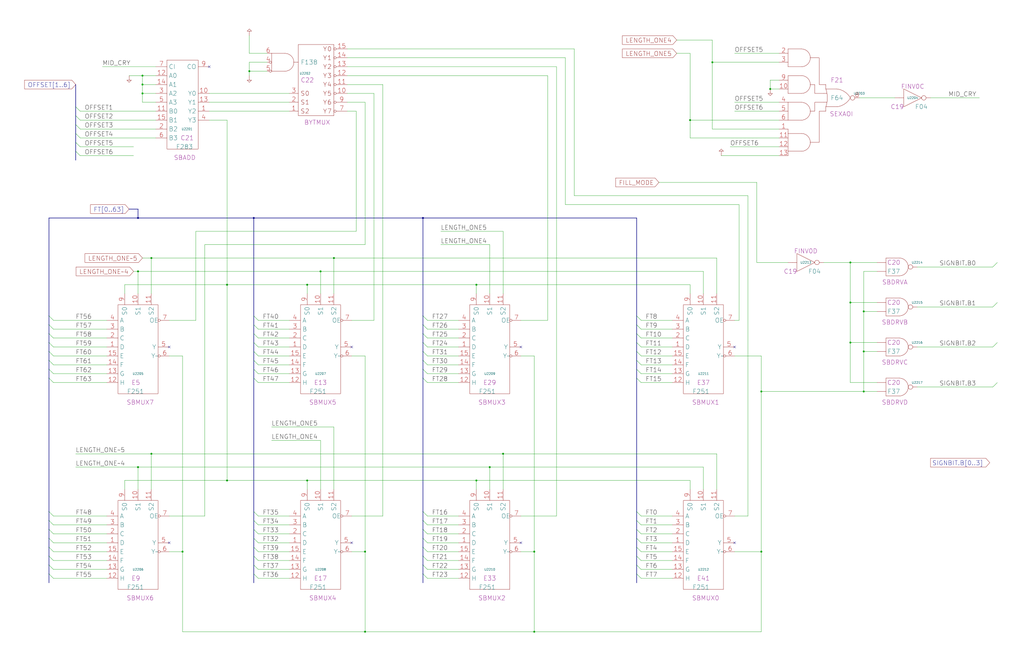
<source format=kicad_sch>
(kicad_sch (version 20220126) (generator eeschema)
  (paper "User" 584.2 378.46)
  (title_block (title "SIGN BIT EXTRACTOR") (date "20-MAR-90") (rev "1.0") (comment 1 "FIU") (comment 2 "232-003065") (comment 3 "S400") (comment 4 "RELEASED"))
  (lib_symbols
    (symbol "r1000:F04" (pin_numbers hide) (pin_names hide)
      (property "Reference" "U" (at 0 0 0))
      (property "Value" "F04" (at 1.27 -5.08 0))
      (property "Location" "___" (at -12.7 -5.08 0))
      (property "Name" "______" (at 0 5.08 0))
      (symbol "F04_0_1"
        (polyline (pts (xy -7.62 0) (xy -5.08 0)) (stroke (width 0.1524)))
        (polyline (pts (xy -5.08 5.08) (xy -5.08 -5.08)) (stroke (width 0.1524)))
        (polyline (pts (xy 5.08 0) (xy -5.08 -5.08)) (stroke (width 0.1524)))
        (polyline (pts (xy 5.08 0) (xy -5.08 5.08)) (stroke (width 0.1524)))
        (circle (center 6.35 0) (radius 1.27) (stroke (width 0.1524)))
      )
      (symbol "F04_1_1"
        (pin input line (at -10.16 0 0) (length 2.54) (name "D0") (number "1"))
        (pin output line (at 10.16 0 180) (length 2.54) (name "Q") (number "2"))
      )
    )
    (symbol "r1000:F138" (pin_names (offset 1.016) hide)
      (property "Reference" "U" (at 1.27 3.81 0))
      (property "Value" "F138" (at -1.27 10.16 0))
      (property "Location" "___" (at -1.27 0 0))
      (property "Name" "______" (at 8.255 -24.13 0))
      (symbol "F138_0_0"
        (arc (start -10.16 5.08) (mid -6.5679 6.5679) (end -5.08 10.16) (stroke (width 0.1524)))
        (arc (start -5.08 10.16) (mid -6.5679 13.7521) (end -10.16 15.24) (stroke (width 0.1524)))
        (polyline (pts (xy -17.78 5.08) (xy -10.16 5.08)) (stroke (width 0.1524)))
        (polyline (pts (xy -17.78 15.24) (xy -10.16 15.24)) (stroke (width 0.1524)))
      )
      (symbol "F138_0_1"
        (circle (center -18.415 5.08) (radius 0.635) (stroke (width 0.1524)))
        (circle (center -18.415 10.16) (radius 0.635) (stroke (width 0.1524)))
        (rectangle (start -2.54 20.32) (end 17.78 -20.32) (stroke (width 0.1524)))
        (polyline (pts (xy -19.05 15.24) (xy -17.78 15.24)) (stroke (width 0.1524)))
        (polyline (pts (xy -17.78 15.24) (xy -17.78 5.08)) (stroke (width 0.1524)))
        (polyline (pts (xy -2.54 10.16) (xy -5.08 10.16)) (stroke (width 0.1524)))
      )
      (symbol "F138_1_1"
        (circle (center 18.415 -17.78) (radius 0.635))
        (circle (center 18.415 -12.7) (radius 0.635))
        (circle (center 18.415 -7.62) (radius 0.635))
        (circle (center 18.415 -2.54) (radius 0.635))
        (circle (center 18.415 2.54) (radius 0.635))
        (circle (center 18.415 7.62) (radius 0.635))
        (circle (center 18.415 12.7) (radius 0.635))
        (circle (center 18.415 17.78) (radius 0.635))
        (text "0" (at 2.54 -7.62 0) (effects (font (size 2.54 2.54))))
        (text "0" (at 15.24 17.78 0) (effects (font (size 2.54 2.54))))
        (text "1" (at 2.54 -12.7 0) (effects (font (size 2.54 2.54))))
        (text "1" (at 15.24 12.7 0) (effects (font (size 2.54 2.54))))
        (text "2" (at 2.54 -17.78 0) (effects (font (size 2.54 2.54))))
        (text "2" (at 15.24 7.62 0) (effects (font (size 2.54 2.54))))
        (text "3" (at 15.24 2.54 0) (effects (font (size 2.54 2.54))))
        (text "4" (at 15.24 -2.54 0) (effects (font (size 2.54 2.54))))
        (text "5" (at 15.24 -7.62 0) (effects (font (size 2.54 2.54))))
        (text "6" (at 15.24 -12.7 0) (effects (font (size 2.54 2.54))))
        (text "7" (at 15.24 -17.78 0) (effects (font (size 2.54 2.54))))
        (text "S" (at 0 -17.78 0) (effects (font (size 2.54 2.54))))
        (text "S" (at 0 -12.7 0) (effects (font (size 2.54 2.54))))
        (text "S" (at 0 -7.62 0) (effects (font (size 2.54 2.54))))
        (text "Y" (at 12.7 -17.78 0) (effects (font (size 2.54 2.54))))
        (text "Y" (at 12.7 -12.7 0) (effects (font (size 2.54 2.54))))
        (text "Y" (at 12.7 -7.62 0) (effects (font (size 2.54 2.54))))
        (text "Y" (at 12.7 -2.54 0) (effects (font (size 2.54 2.54))))
        (text "Y" (at 12.7 2.54 0) (effects (font (size 2.54 2.54))))
        (text "Y" (at 12.7 7.62 0) (effects (font (size 2.54 2.54))))
        (text "Y" (at 12.7 12.7 0) (effects (font (size 2.54 2.54))))
        (text "Y" (at 12.7 17.78 0) (effects (font (size 2.54 2.54))))
        (pin input line (at -7.62 -17.78 0) (length 5.08) (name "S2") (number "1"))
        (pin output line (at 25.4 -7.62 180) (length 6.35) (name "Y5_") (number "10"))
        (pin output line (at 25.4 -2.54 180) (length 6.35) (name "Y4_") (number "11"))
        (pin output line (at 25.4 2.54 180) (length 6.35) (name "Y3_") (number "12"))
        (pin output line (at 25.4 7.62 180) (length 6.35) (name "Y2_") (number "13"))
        (pin output line (at 25.4 12.7 180) (length 6.35) (name "Y1_") (number "14"))
        (pin output line (at 25.4 17.78 180) (length 6.35) (name "Y0_") (number "15"))
        (pin input line (at -7.62 -12.7 0) (length 5.08) (name "S1") (number "2"))
        (pin input line (at -7.62 -7.62 0) (length 5.08) (name "S0") (number "3"))
        (pin input line (at -20.32 10.16 0) (length 1.27) (name "D1") (number "4"))
        (pin input line (at -20.32 5.08 0) (length 1.27) (name "D2") (number "5"))
        (pin input line (at -20.32 15.24 0) (length 1.27) (name "D0") (number "6"))
        (pin output line (at 25.4 -17.78 180) (length 6.35) (name "Y7_") (number "7"))
        (pin output line (at 25.4 -12.7 180) (length 6.35) (name "Y6_") (number "9"))
      )
    )
    (symbol "r1000:F251" (pin_names (offset 1.016))
      (property "Reference" "U" (at 2.54 5.08 0))
      (property "Value" "F251" (at -3.81 -5.08 0))
      (property "Location" "___" (at -1.27 0 0))
      (property "Name" "______" (at 3.81 -12.7 0))
      (symbol "F251_1_1"
        (rectangle (start -8.89 44.45) (end 13.97 -6.35))
        (circle (center 14.605 15.24) (radius 0.635))
        (circle (center 14.605 35.56) (radius 0.635))
        (pin input line (at -15.24 20.32 0) (length 6.35) (name "D") (number "1"))
        (pin input line (at 2.54 50.8 270) (length 6.35) (name "S1") (number "10"))
        (pin input line (at 10.16 50.8 270) (length 6.35) (name "S2") (number "11"))
        (pin input line (at -15.24 0 0) (length 6.35) (name "H") (number "12"))
        (pin input line (at -15.24 5.08 0) (length 6.35) (name "G") (number "13"))
        (pin input line (at -15.24 10.16 0) (length 6.35) (name "F") (number "14"))
        (pin input line (at -15.24 15.24 0) (length 6.35) (name "E") (number "15"))
        (pin input line (at -15.24 25.4 0) (length 6.35) (name "C") (number "2"))
        (pin input line (at -15.24 30.48 0) (length 6.35) (name "B") (number "3"))
        (pin input line (at -15.24 35.56 0) (length 6.35) (name "A") (number "4"))
        (pin tri_state line (at 20.32 20.32 180) (length 6.35) (name "Y") (number "5"))
        (pin tri_state line (at 20.32 15.24 180) (length 5.08) (name "Y~") (number "6"))
        (pin input line (at 20.32 35.56 180) (length 5.08) (name "OE") (number "7"))
        (pin input line (at -5.08 50.8 270) (length 6.35) (name "S0") (number "9"))
      )
    )
    (symbol "r1000:F283" (pin_names (offset 1.016))
      (property "Reference" "U" (at 2.54 5.08 0))
      (property "Value" "F283" (at -3.81 -5.08 0))
      (property "Location" "___" (at -1.27 0 0))
      (property "Name" "______" (at 1.27 -12.7 0))
      (symbol "F283_1_1"
        (rectangle (start -8.89 44.45) (end 8.89 -6.35))
        (pin output line (at 15.24 15.24 180) (length 6.35) (name "Y2") (number "1"))
        (pin output line (at 15.24 25.4 180) (length 6.35) (name "Y0") (number "10"))
        (pin input line (at -15.24 15.24 0) (length 6.35) (name "B0") (number "11"))
        (pin input line (at -15.24 35.56 0) (length 6.35) (name "A0") (number "12"))
        (pin output line (at 15.24 20.32 180) (length 6.35) (name "Y1") (number "13"))
        (pin input line (at -15.24 30.48 0) (length 6.35) (name "A1") (number "14"))
        (pin input line (at -15.24 10.16 0) (length 6.35) (name "B1") (number "15"))
        (pin input line (at -15.24 5.08 0) (length 6.35) (name "B2") (number "2"))
        (pin input line (at -15.24 25.4 0) (length 6.35) (name "A2") (number "3"))
        (pin output line (at 15.24 10.16 180) (length 6.35) (name "Y3") (number "4"))
        (pin input line (at -15.24 20.32 0) (length 6.35) (name "A3") (number "5"))
        (pin input line (at -15.24 0 0) (length 6.35) (name "B3") (number "6"))
        (pin input line (at -15.24 40.64 0) (length 6.35) (name "CI") (number "7"))
        (pin output line (at 15.24 40.64 180) (length 6.35) (name "CO") (number "9"))
      )
    )
    (symbol "r1000:F37" (pin_numbers hide) (pin_names (offset 0) hide)
      (property "Reference" "U" (at 15.24 0 0))
      (property "Value" "F37" (at 1.905 -5.08 0))
      (property "Location" "___" (at 1.905 0 0))
      (property "Name" "______" (at 2.54 -12.7 0))
      (symbol "F37_0_1"
        (polyline (pts (xy -2.54 -7.62) (xy 5.08 -7.62)) (stroke (width 0.1524)))
        (polyline (pts (xy -2.54 2.54) (xy -2.54 -7.62)) (stroke (width 0.1524)))
        (polyline (pts (xy -2.54 2.54) (xy 5.08 2.54)) (stroke (width 0.1524)))
        (arc (start 5.08 -7.62) (mid 10.1282 -2.54) (end 5.08 2.54) (stroke (width 0.1524)))
        (circle (center 11.43 -2.54) (radius 1.27) (stroke (width 0.1524)))
      )
      (symbol "F37_0_2"
        (circle (center -3.81 -5.08) (radius 1.27) (stroke (width 0.1524)))
        (circle (center -3.81 0) (radius 1.27) (stroke (width 0.1524)))
        (arc (start -3.175 -7.62) (mid -2.134 -2.54) (end -3.175 2.54) (stroke (width 0.1524)))
        (polyline (pts (xy -3.175 -7.62) (xy 3.81 -7.62)) (stroke (width 0.1524)))
        (polyline (pts (xy -3.175 2.54) (xy 3.81 2.54)) (stroke (width 0.1524)))
        (arc (start 3.81 -7.62) (mid 7.5855 -5.8306) (end 10.16 -2.54) (stroke (width 0.1524)))
        (arc (start 10.16 -2.54) (mid 7.5827 0.7471) (end 3.81 2.54) (stroke (width 0.1524)))
      )
      (symbol "F37_1_1"
        (pin input line (at -7.62 0 0) (length 5.08) (name "D0") (number "1"))
        (pin input line (at -7.62 -5.08 0) (length 5.08) (name "D1") (number "2"))
        (pin output line (at 15.24 -2.54 180) (length 2.54) (name "Q") (number "3"))
      )
      (symbol "F37_1_2"
        (pin input line (at -7.62 0 0) (length 2.54) (name "D0") (number "1"))
        (pin input line (at -7.62 -5.08 0) (length 2.54) (name "D1") (number "2"))
        (pin output line (at 15.24 -2.54 180) (length 5.08) (name "Q") (number "3"))
      )
    )
    (symbol "r1000:F64" (pin_names hide)
      (property "Reference" "U" (at 15.24 2.54 0))
      (property "Value" "F64" (at 2.54 0 0))
      (property "Location" "___" (at 2.54 10.16 0))
      (property "Name" "______" (at 5.08 -10.62 0))
      (symbol "F64_0_0"
        (arc (start -17.78 -30.48) (mid -14.1879 -28.9921) (end -12.7 -25.4) (stroke (width 0.1524)))
        (arc (start -17.78 -12.7) (mid -14.1879 -11.2121) (end -12.7 -7.62) (stroke (width 0.1524)))
        (arc (start -17.78 2.54) (mid -14.1879 4.0279) (end -12.7 7.62) (stroke (width 0.1524)))
        (arc (start -17.78 17.78) (mid -14.1879 19.2679) (end -12.7 22.86) (stroke (width 0.1524)))
        (arc (start -12.7 -25.4) (mid -14.1879 -21.8079) (end -17.78 -20.32) (stroke (width 0.1524)))
        (arc (start -12.7 -7.62) (mid -14.1879 -4.0279) (end -17.78 -2.54) (stroke (width 0.1524)))
        (arc (start -12.7 7.62) (mid -14.1879 11.2121) (end -17.78 12.7) (stroke (width 0.1524)))
        (arc (start -12.7 22.86) (mid -14.1879 26.4521) (end -17.78 27.94) (stroke (width 0.1524)))
        (arc (start -3.8173 -5.08) (mid -2.9926 0) (end -3.8173 5.08) (stroke (width 0.1524)))
        (polyline (pts (xy -25.4 -30.48) (xy -17.78 -30.48)) (stroke (width 0.1524)))
        (polyline (pts (xy -25.4 -20.32) (xy -17.78 -20.32)) (stroke (width 0.1524)))
        (polyline (pts (xy -25.4 -12.7) (xy -17.78 -12.7)) (stroke (width 0.1524)))
        (polyline (pts (xy -25.4 -2.54) (xy -17.78 -2.54)) (stroke (width 0.1524)))
        (polyline (pts (xy -25.4 2.54) (xy -17.78 2.54)) (stroke (width 0.1524)))
        (polyline (pts (xy -25.4 12.7) (xy -17.78 12.7)) (stroke (width 0.1524)))
        (polyline (pts (xy -25.4 17.78) (xy -17.78 17.78)) (stroke (width 0.1524)))
        (polyline (pts (xy -25.4 27.94) (xy -17.78 27.94)) (stroke (width 0.1524)))
        (polyline (pts (xy -3.81 -5.08) (xy 2.54 -5.08)) (stroke (width 0.1524)))
        (polyline (pts (xy -3.81 5.08) (xy 2.54 5.08)) (stroke (width 0.1524)))
        (arc (start 2.54 -5.08) (mid 6.9504 -3.4405) (end 10.16 0) (stroke (width 0.1524)))
        (arc (start 10.16 0) (mid 6.9516 3.4424) (end 2.54 5.08) (stroke (width 0.1524)))
        (circle (center 11.43 0) (radius 1.27) (stroke (width 0.1524)))
      )
      (symbol "F64_0_1"
        (polyline (pts (xy -25.4 -33.02) (xy -25.4 -30.48)) (stroke (width 0.1524)))
        (polyline (pts (xy -25.4 -20.32) (xy -25.4 -30.48)) (stroke (width 0.1524)))
        (polyline (pts (xy -25.4 -17.78) (xy -25.4 -20.32)) (stroke (width 0.1524)))
        (polyline (pts (xy -25.4 -2.54) (xy -25.4 -12.7)) (stroke (width 0.1524)))
        (polyline (pts (xy -25.4 12.7) (xy -25.4 2.54)) (stroke (width 0.1524)))
        (polyline (pts (xy -25.4 27.94) (xy -25.4 17.78)) (stroke (width 0.1524)))
        (polyline (pts (xy -12.7 -7.62) (xy -12.7 -7.62)) (stroke (width 0.1524)))
        (polyline (pts (xy -5.08 -2.54) (xy -3.175 -2.54)) (stroke (width 0.1524)))
        (polyline (pts (xy -5.08 2.54) (xy -3.175 2.54)) (stroke (width 0.1524)))
        (polyline (pts (xy -12.7 -7.62) (xy -10.16 -7.62) (xy -10.16 -2.54) (xy -5.08 -2.54)) (stroke (width 0.1524)))
        (polyline (pts (xy -12.7 7.62) (xy -10.16 7.62) (xy -10.16 2.54) (xy -5.08 2.54)) (stroke (width 0.1524)))
        (polyline (pts (xy -3.81 -5.08) (xy -3.81 -7.62) (xy -7.62 -7.62) (xy -7.62 -25.4) (xy -12.7 -25.4)) (stroke (width 0.1524)))
        (polyline (pts (xy -3.81 5.08) (xy -3.81 7.62) (xy -7.62 7.62) (xy -7.62 22.86) (xy -12.7 22.86)) (stroke (width 0.1524)))
      )
      (symbol "F64_1_1"
        (pin input line (at -30.48 -17.78 0) (length 5.08) (name "D0") (number "1"))
        (pin input line (at -30.48 5.08 0) (length 5.08) (name "B1") (number "10"))
        (pin input line (at -30.48 -22.86 0) (length 5.08) (name "D1") (number "11"))
        (pin input line (at -30.48 -27.94 0) (length 5.08) (name "D2") (number "12"))
        (pin input line (at -30.48 -33.02 0) (length 5.08) (name "D3") (number "13"))
        (pin input line (at -30.48 25.4 0) (length 5.08) (name "A0") (number "2"))
        (pin input line (at -30.48 20.32 0) (length 5.08) (name "A1") (number "3"))
        (pin input line (at -30.48 -2.54 0) (length 5.08) (name "C0") (number "4"))
        (pin input line (at -30.48 -7.62 0) (length 5.08) (name "C1") (number "5"))
        (pin input line (at -30.48 -12.7 0) (length 5.08) (name "C2") (number "6"))
        (pin output line (at 15.24 0 180) (length 2.54) (name "Q") (number "8"))
        (pin input line (at -30.48 10.16 0) (length 5.08) (name "B0") (number "9"))
      )
    )
    (symbol "r1000:PD" (power) (pin_numbers hide) (pin_names hide) (in_bom no)
      (symbol "PD_0_1"
        (polyline (pts (xy 0 -2.54) (xy 1.27 -2.54) (xy 0 -3.81) (xy -1.27 -2.54) (xy 0 -2.54)) (stroke (width 0.1524)))
      )
      (symbol "PD_1_1"
        (pin power_in line (at 0 0 270) (length 2.54) (name "PD") (number "1"))
      )
    )
    (symbol "r1000:PU" (power) (pin_numbers hide) (pin_names hide)
      (symbol "PU_0_1"
        (polyline (pts (xy 0 2.54) (xy -1.27 2.54) (xy 0 3.81) (xy 1.27 2.54) (xy 0 2.54)) (stroke (width 0.1524)))
      )
      (symbol "PU_1_1"
        (pin power_in line (at 0 0 90) (length 2.54) (name "PU") (number "1"))
      )
    )
  )
  (bus (pts (xy 144.78 124.46) (xy 144.78 180.34)))
  (bus (pts (xy 144.78 124.46) (xy 78.74 124.46)))
  (bus (pts (xy 144.78 180.34) (xy 144.78 185.42)))
  (bus (pts (xy 144.78 185.42) (xy 144.78 190.5)))
  (bus (pts (xy 144.78 190.5) (xy 144.78 195.58)))
  (bus (pts (xy 144.78 195.58) (xy 144.78 200.66)))
  (bus (pts (xy 144.78 200.66) (xy 144.78 205.74)))
  (bus (pts (xy 144.78 205.74) (xy 144.78 210.82)))
  (bus (pts (xy 144.78 210.82) (xy 144.78 215.9)))
  (bus (pts (xy 144.78 215.9) (xy 144.78 292.1)))
  (bus (pts (xy 144.78 292.1) (xy 144.78 297.18)))
  (bus (pts (xy 144.78 297.18) (xy 144.78 302.26)))
  (bus (pts (xy 144.78 302.26) (xy 144.78 307.34)))
  (bus (pts (xy 144.78 307.34) (xy 144.78 312.42)))
  (bus (pts (xy 144.78 312.42) (xy 144.78 317.5)))
  (bus (pts (xy 144.78 317.5) (xy 144.78 322.58)))
  (bus (pts (xy 144.78 322.58) (xy 144.78 327.66)))
  (bus (pts (xy 144.78 327.66) (xy 144.78 332.74)))
  (bus (pts (xy 241.3 124.46) (xy 144.78 124.46)))
  (bus (pts (xy 241.3 124.46) (xy 241.3 180.34)))
  (bus (pts (xy 241.3 180.34) (xy 241.3 185.42)))
  (bus (pts (xy 241.3 185.42) (xy 241.3 190.5)))
  (bus (pts (xy 241.3 190.5) (xy 241.3 195.58)))
  (bus (pts (xy 241.3 195.58) (xy 241.3 200.66)))
  (bus (pts (xy 241.3 200.66) (xy 241.3 205.74)))
  (bus (pts (xy 241.3 205.74) (xy 241.3 210.82)))
  (bus (pts (xy 241.3 210.82) (xy 241.3 215.9)))
  (bus (pts (xy 241.3 215.9) (xy 241.3 292.1)))
  (bus (pts (xy 241.3 292.1) (xy 241.3 297.18)))
  (bus (pts (xy 241.3 297.18) (xy 241.3 302.26)))
  (bus (pts (xy 241.3 302.26) (xy 241.3 307.34)))
  (bus (pts (xy 241.3 307.34) (xy 241.3 312.42)))
  (bus (pts (xy 241.3 312.42) (xy 241.3 317.5)))
  (bus (pts (xy 241.3 317.5) (xy 241.3 322.58)))
  (bus (pts (xy 241.3 322.58) (xy 241.3 327.66)))
  (bus (pts (xy 241.3 327.66) (xy 241.3 332.74)))
  (bus (pts (xy 27.94 124.46) (xy 27.94 180.34)))
  (bus (pts (xy 27.94 180.34) (xy 27.94 185.42)))
  (bus (pts (xy 27.94 185.42) (xy 27.94 190.5)))
  (bus (pts (xy 27.94 190.5) (xy 27.94 195.58)))
  (bus (pts (xy 27.94 195.58) (xy 27.94 200.66)))
  (bus (pts (xy 27.94 200.66) (xy 27.94 205.74)))
  (bus (pts (xy 27.94 205.74) (xy 27.94 210.82)))
  (bus (pts (xy 27.94 210.82) (xy 27.94 215.9)))
  (bus (pts (xy 27.94 215.9) (xy 27.94 292.1)))
  (bus (pts (xy 27.94 292.1) (xy 27.94 297.18)))
  (bus (pts (xy 27.94 297.18) (xy 27.94 302.26)))
  (bus (pts (xy 27.94 302.26) (xy 27.94 307.34)))
  (bus (pts (xy 27.94 307.34) (xy 27.94 312.42)))
  (bus (pts (xy 27.94 312.42) (xy 27.94 317.5)))
  (bus (pts (xy 27.94 317.5) (xy 27.94 322.58)))
  (bus (pts (xy 27.94 322.58) (xy 27.94 327.66)))
  (bus (pts (xy 27.94 327.66) (xy 27.94 332.74)))
  (bus (pts (xy 363.22 124.46) (xy 241.3 124.46)))
  (bus (pts (xy 363.22 124.46) (xy 363.22 180.34)))
  (bus (pts (xy 363.22 180.34) (xy 363.22 185.42)))
  (bus (pts (xy 363.22 185.42) (xy 363.22 190.5)))
  (bus (pts (xy 363.22 190.5) (xy 363.22 195.58)))
  (bus (pts (xy 363.22 195.58) (xy 363.22 200.66)))
  (bus (pts (xy 363.22 200.66) (xy 363.22 205.74)))
  (bus (pts (xy 363.22 205.74) (xy 363.22 210.82)))
  (bus (pts (xy 363.22 210.82) (xy 363.22 215.9)))
  (bus (pts (xy 363.22 215.9) (xy 363.22 292.1)))
  (bus (pts (xy 363.22 292.1) (xy 363.22 297.18)))
  (bus (pts (xy 363.22 297.18) (xy 363.22 302.26)))
  (bus (pts (xy 363.22 302.26) (xy 363.22 307.34)))
  (bus (pts (xy 363.22 307.34) (xy 363.22 312.42)))
  (bus (pts (xy 363.22 312.42) (xy 363.22 317.5)))
  (bus (pts (xy 363.22 317.5) (xy 363.22 322.58)))
  (bus (pts (xy 363.22 322.58) (xy 363.22 327.66)))
  (bus (pts (xy 363.22 327.66) (xy 363.22 332.74)))
  (bus (pts (xy 43.18 48.26) (xy 43.18 60.96)))
  (bus (pts (xy 43.18 60.96) (xy 43.18 66.04)))
  (bus (pts (xy 43.18 66.04) (xy 43.18 71.12)))
  (bus (pts (xy 43.18 71.12) (xy 43.18 76.2)))
  (bus (pts (xy 43.18 76.2) (xy 43.18 81.28)))
  (bus (pts (xy 43.18 81.28) (xy 43.18 86.36)))
  (bus (pts (xy 43.18 86.36) (xy 43.18 91.44)))
  (bus (pts (xy 73.66 119.38) (xy 78.74 119.38)))
  (bus (pts (xy 78.74 119.38) (xy 78.74 124.46)))
  (bus (pts (xy 78.74 124.46) (xy 27.94 124.46)))
  (wire (pts (xy 104.14 203.2) (xy 104.14 314.96)))
  (wire (pts (xy 104.14 314.96) (xy 104.14 360.68)))
  (wire (pts (xy 104.14 360.68) (xy 208.28 360.68)))
  (wire (pts (xy 111.76 132.08) (xy 111.76 182.88)))
  (wire (pts (xy 111.76 132.08) (xy 203.2 132.08)))
  (wire (pts (xy 116.84 139.7) (xy 116.84 294.64)))
  (wire (pts (xy 116.84 294.64) (xy 96.52 294.64)))
  (wire (pts (xy 119.38 53.34) (xy 165.1 53.34)))
  (wire (pts (xy 119.38 58.42) (xy 165.1 58.42)))
  (wire (pts (xy 119.38 63.5) (xy 165.1 63.5)))
  (wire (pts (xy 129.54 162.56) (xy 129.54 274.32)))
  (wire (pts (xy 129.54 162.56) (xy 129.54 68.58)))
  (wire (pts (xy 129.54 162.56) (xy 175.26 162.56)))
  (wire (pts (xy 129.54 274.32) (xy 175.26 274.32)))
  (wire (pts (xy 129.54 68.58) (xy 119.38 68.58)))
  (wire (pts (xy 142.24 30.48) (xy 142.24 20.32)))
  (wire (pts (xy 142.24 35.56) (xy 142.24 40.64)))
  (wire (pts (xy 142.24 40.64) (xy 142.24 43.18)))
  (wire (pts (xy 142.24 40.64) (xy 152.4 40.64)))
  (wire (pts (xy 147.32 182.88) (xy 165.1 182.88)))
  (wire (pts (xy 147.32 187.96) (xy 165.1 187.96)))
  (wire (pts (xy 147.32 193.04) (xy 165.1 193.04)))
  (wire (pts (xy 147.32 198.12) (xy 165.1 198.12)))
  (wire (pts (xy 147.32 203.2) (xy 165.1 203.2)))
  (wire (pts (xy 147.32 208.28) (xy 165.1 208.28)))
  (wire (pts (xy 147.32 213.36) (xy 165.1 213.36)))
  (wire (pts (xy 147.32 218.44) (xy 165.1 218.44)))
  (wire (pts (xy 147.32 294.64) (xy 165.1 294.64)))
  (wire (pts (xy 147.32 299.72) (xy 165.1 299.72)))
  (wire (pts (xy 147.32 304.8) (xy 165.1 304.8)))
  (wire (pts (xy 147.32 309.88) (xy 165.1 309.88)))
  (wire (pts (xy 147.32 314.96) (xy 165.1 314.96)))
  (wire (pts (xy 147.32 320.04) (xy 165.1 320.04)))
  (wire (pts (xy 147.32 325.12) (xy 165.1 325.12)))
  (wire (pts (xy 147.32 330.2) (xy 165.1 330.2)))
  (wire (pts (xy 152.4 30.48) (xy 142.24 30.48)))
  (wire (pts (xy 152.4 35.56) (xy 142.24 35.56)))
  (wire (pts (xy 175.26 162.56) (xy 175.26 167.64)))
  (wire (pts (xy 175.26 162.56) (xy 271.78 162.56)))
  (wire (pts (xy 175.26 274.32) (xy 175.26 279.4)))
  (wire (pts (xy 175.26 274.32) (xy 271.78 274.32)))
  (wire (pts (xy 182.88 154.94) (xy 182.88 167.64)))
  (wire (pts (xy 182.88 154.94) (xy 401.32 154.94)))
  (wire (pts (xy 182.88 251.46) (xy 154.94 251.46)))
  (wire (pts (xy 182.88 251.46) (xy 182.88 279.4)))
  (wire (pts (xy 190.5 147.32) (xy 190.5 167.64)))
  (wire (pts (xy 190.5 147.32) (xy 408.94 147.32)))
  (wire (pts (xy 190.5 243.84) (xy 154.94 243.84)))
  (wire (pts (xy 190.5 243.84) (xy 190.5 279.4)))
  (wire (pts (xy 198.12 27.94) (xy 327.66 27.94)))
  (wire (pts (xy 198.12 33.02) (xy 322.58 33.02)))
  (wire (pts (xy 198.12 38.1) (xy 317.5 38.1)))
  (wire (pts (xy 198.12 43.18) (xy 312.42 43.18)))
  (wire (pts (xy 198.12 48.26) (xy 218.44 48.26)))
  (wire (pts (xy 198.12 53.34) (xy 213.36 53.34)))
  (wire (pts (xy 198.12 58.42) (xy 208.28 58.42)))
  (wire (pts (xy 198.12 63.5) (xy 203.2 63.5)))
  (wire (pts (xy 200.66 203.2) (xy 208.28 203.2)))
  (wire (pts (xy 200.66 314.96) (xy 208.28 314.96)))
  (wire (pts (xy 203.2 132.08) (xy 203.2 63.5)))
  (wire (pts (xy 208.28 139.7) (xy 116.84 139.7)))
  (wire (pts (xy 208.28 203.2) (xy 208.28 314.96)))
  (wire (pts (xy 208.28 314.96) (xy 208.28 360.68)))
  (wire (pts (xy 208.28 360.68) (xy 304.8 360.68)))
  (wire (pts (xy 208.28 58.42) (xy 208.28 139.7)))
  (wire (pts (xy 213.36 182.88) (xy 200.66 182.88)))
  (wire (pts (xy 213.36 53.34) (xy 213.36 182.88)))
  (wire (pts (xy 218.44 294.64) (xy 200.66 294.64)))
  (wire (pts (xy 218.44 48.26) (xy 218.44 294.64)))
  (wire (pts (xy 243.84 182.88) (xy 261.62 182.88)))
  (wire (pts (xy 243.84 187.96) (xy 261.62 187.96)))
  (wire (pts (xy 243.84 193.04) (xy 261.62 193.04)))
  (wire (pts (xy 243.84 198.12) (xy 261.62 198.12)))
  (wire (pts (xy 243.84 203.2) (xy 261.62 203.2)))
  (wire (pts (xy 243.84 208.28) (xy 261.62 208.28)))
  (wire (pts (xy 243.84 213.36) (xy 261.62 213.36)))
  (wire (pts (xy 243.84 218.44) (xy 261.62 218.44)))
  (wire (pts (xy 243.84 294.64) (xy 261.62 294.64)))
  (wire (pts (xy 243.84 299.72) (xy 261.62 299.72)))
  (wire (pts (xy 243.84 304.8) (xy 261.62 304.8)))
  (wire (pts (xy 243.84 309.88) (xy 261.62 309.88)))
  (wire (pts (xy 243.84 314.96) (xy 261.62 314.96)))
  (wire (pts (xy 243.84 320.04) (xy 261.62 320.04)))
  (wire (pts (xy 243.84 325.12) (xy 261.62 325.12)))
  (wire (pts (xy 243.84 330.2) (xy 261.62 330.2)))
  (wire (pts (xy 271.78 162.56) (xy 271.78 167.64)))
  (wire (pts (xy 271.78 162.56) (xy 393.7 162.56)))
  (wire (pts (xy 271.78 274.32) (xy 271.78 279.4)))
  (wire (pts (xy 271.78 274.32) (xy 393.7 274.32)))
  (wire (pts (xy 279.4 139.7) (xy 251.46 139.7)))
  (wire (pts (xy 279.4 167.64) (xy 279.4 139.7)))
  (wire (pts (xy 279.4 266.7) (xy 279.4 279.4)))
  (wire (pts (xy 279.4 266.7) (xy 401.32 266.7)))
  (wire (pts (xy 287.02 132.08) (xy 251.46 132.08)))
  (wire (pts (xy 287.02 167.64) (xy 287.02 132.08)))
  (wire (pts (xy 287.02 259.08) (xy 287.02 279.4)))
  (wire (pts (xy 287.02 259.08) (xy 408.94 259.08)))
  (wire (pts (xy 297.18 203.2) (xy 304.8 203.2)))
  (wire (pts (xy 297.18 314.96) (xy 304.8 314.96)))
  (wire (pts (xy 30.48 182.88) (xy 60.96 182.88)))
  (wire (pts (xy 30.48 187.96) (xy 60.96 187.96)))
  (wire (pts (xy 30.48 193.04) (xy 60.96 193.04)))
  (wire (pts (xy 30.48 198.12) (xy 60.96 198.12)))
  (wire (pts (xy 30.48 203.2) (xy 60.96 203.2)))
  (wire (pts (xy 30.48 208.28) (xy 60.96 208.28)))
  (wire (pts (xy 30.48 213.36) (xy 60.96 213.36)))
  (wire (pts (xy 30.48 218.44) (xy 60.96 218.44)))
  (wire (pts (xy 30.48 294.64) (xy 60.96 294.64)))
  (wire (pts (xy 30.48 299.72) (xy 60.96 299.72)))
  (wire (pts (xy 30.48 304.8) (xy 60.96 304.8)))
  (wire (pts (xy 30.48 309.88) (xy 60.96 309.88)))
  (wire (pts (xy 30.48 314.96) (xy 60.96 314.96)))
  (wire (pts (xy 30.48 320.04) (xy 60.96 320.04)))
  (wire (pts (xy 30.48 325.12) (xy 60.96 325.12)))
  (wire (pts (xy 30.48 330.2) (xy 60.96 330.2)))
  (wire (pts (xy 304.8 203.2) (xy 304.8 314.96)))
  (wire (pts (xy 304.8 314.96) (xy 304.8 360.68)))
  (wire (pts (xy 304.8 360.68) (xy 434.34 360.68)))
  (wire (pts (xy 312.42 182.88) (xy 297.18 182.88)))
  (wire (pts (xy 312.42 43.18) (xy 312.42 182.88)))
  (wire (pts (xy 317.5 294.64) (xy 297.18 294.64)))
  (wire (pts (xy 317.5 38.1) (xy 317.5 294.64)))
  (wire (pts (xy 322.58 116.84) (xy 421.64 116.84)))
  (wire (pts (xy 322.58 33.02) (xy 322.58 116.84)))
  (wire (pts (xy 327.66 111.76) (xy 426.72 111.76)))
  (wire (pts (xy 327.66 27.94) (xy 327.66 111.76)))
  (wire (pts (xy 365.76 182.88) (xy 383.54 182.88)))
  (wire (pts (xy 365.76 187.96) (xy 383.54 187.96)))
  (wire (pts (xy 365.76 193.04) (xy 383.54 193.04)))
  (wire (pts (xy 365.76 198.12) (xy 383.54 198.12)))
  (wire (pts (xy 365.76 203.2) (xy 383.54 203.2)))
  (wire (pts (xy 365.76 208.28) (xy 383.54 208.28)))
  (wire (pts (xy 365.76 213.36) (xy 383.54 213.36)))
  (wire (pts (xy 365.76 218.44) (xy 383.54 218.44)))
  (wire (pts (xy 365.76 294.64) (xy 383.54 294.64)))
  (wire (pts (xy 365.76 299.72) (xy 383.54 299.72)))
  (wire (pts (xy 365.76 304.8) (xy 383.54 304.8)))
  (wire (pts (xy 365.76 309.88) (xy 383.54 309.88)))
  (wire (pts (xy 365.76 314.96) (xy 383.54 314.96)))
  (wire (pts (xy 365.76 320.04) (xy 383.54 320.04)))
  (wire (pts (xy 365.76 325.12) (xy 383.54 325.12)))
  (wire (pts (xy 365.76 330.2) (xy 383.54 330.2)))
  (wire (pts (xy 393.7 162.56) (xy 393.7 167.64)))
  (wire (pts (xy 393.7 274.32) (xy 393.7 279.4)))
  (wire (pts (xy 393.7 30.48) (xy 386.08 30.48)))
  (wire (pts (xy 393.7 68.58) (xy 393.7 30.48)))
  (wire (pts (xy 393.7 68.58) (xy 444.5 68.58)))
  (wire (pts (xy 393.7 78.74) (xy 393.7 68.58)))
  (wire (pts (xy 401.32 154.94) (xy 401.32 167.64)))
  (wire (pts (xy 401.32 266.7) (xy 401.32 279.4)))
  (wire (pts (xy 406.4 22.86) (xy 386.08 22.86)))
  (wire (pts (xy 406.4 35.56) (xy 406.4 22.86)))
  (wire (pts (xy 406.4 35.56) (xy 444.5 35.56)))
  (wire (pts (xy 406.4 73.66) (xy 406.4 35.56)))
  (wire (pts (xy 408.94 147.32) (xy 408.94 167.64)))
  (wire (pts (xy 408.94 259.08) (xy 408.94 279.4)))
  (wire (pts (xy 411.48 88.9) (xy 444.5 88.9)))
  (wire (pts (xy 416.56 83.82) (xy 444.5 83.82)))
  (wire (pts (xy 419.1 203.2) (xy 434.34 203.2)))
  (wire (pts (xy 419.1 30.48) (xy 444.5 30.48)))
  (wire (pts (xy 419.1 314.96) (xy 434.34 314.96)))
  (wire (pts (xy 419.1 58.42) (xy 444.5 58.42)))
  (wire (pts (xy 419.1 63.5) (xy 444.5 63.5)))
  (wire (pts (xy 421.64 116.84) (xy 421.64 182.88)))
  (wire (pts (xy 421.64 182.88) (xy 419.1 182.88)))
  (wire (pts (xy 426.72 111.76) (xy 426.72 294.64)))
  (wire (pts (xy 426.72 294.64) (xy 419.1 294.64)))
  (wire (pts (xy 43.18 259.08) (xy 86.36 259.08)))
  (wire (pts (xy 43.18 266.7) (xy 78.74 266.7)))
  (wire (pts (xy 431.8 104.14) (xy 375.92 104.14)))
  (wire (pts (xy 431.8 149.86) (xy 431.8 104.14)))
  (wire (pts (xy 434.34 203.2) (xy 434.34 223.52)))
  (wire (pts (xy 434.34 223.52) (xy 434.34 314.96)))
  (wire (pts (xy 434.34 223.52) (xy 492.76 223.52)))
  (wire (pts (xy 434.34 314.96) (xy 434.34 360.68)))
  (wire (pts (xy 439.42 45.72) (xy 439.42 50.8)))
  (wire (pts (xy 439.42 50.8) (xy 444.5 50.8)))
  (wire (pts (xy 444.5 45.72) (xy 439.42 45.72)))
  (wire (pts (xy 444.5 73.66) (xy 406.4 73.66)))
  (wire (pts (xy 444.5 78.74) (xy 393.7 78.74)))
  (wire (pts (xy 449.58 149.86) (xy 431.8 149.86)))
  (wire (pts (xy 45.72 63.5) (xy 88.9 63.5)))
  (wire (pts (xy 45.72 68.58) (xy 88.9 68.58)))
  (wire (pts (xy 45.72 73.66) (xy 88.9 73.66)))
  (wire (pts (xy 45.72 78.74) (xy 88.9 78.74)))
  (wire (pts (xy 45.72 83.82) (xy 76.2 83.82)))
  (wire (pts (xy 45.72 88.9) (xy 76.2 88.9)))
  (wire (pts (xy 469.9 149.86) (xy 485.14 149.86)))
  (wire (pts (xy 485.14 149.86) (xy 500.38 149.86)))
  (wire (pts (xy 485.14 172.72) (xy 485.14 149.86)))
  (wire (pts (xy 485.14 172.72) (xy 500.38 172.72)))
  (wire (pts (xy 485.14 195.58) (xy 485.14 172.72)))
  (wire (pts (xy 485.14 195.58) (xy 500.38 195.58)))
  (wire (pts (xy 485.14 218.44) (xy 485.14 195.58)))
  (wire (pts (xy 490.22 55.88) (xy 510.54 55.88)))
  (wire (pts (xy 492.76 154.94) (xy 492.76 177.8)))
  (wire (pts (xy 492.76 177.8) (xy 492.76 200.66)))
  (wire (pts (xy 492.76 177.8) (xy 500.38 177.8)))
  (wire (pts (xy 492.76 200.66) (xy 492.76 223.52)))
  (wire (pts (xy 492.76 200.66) (xy 500.38 200.66)))
  (wire (pts (xy 492.76 223.52) (xy 500.38 223.52)))
  (wire (pts (xy 500.38 154.94) (xy 492.76 154.94)))
  (wire (pts (xy 500.38 218.44) (xy 485.14 218.44)))
  (wire (pts (xy 523.24 152.4) (xy 566.42 152.4)))
  (wire (pts (xy 523.24 175.26) (xy 566.42 175.26)))
  (wire (pts (xy 523.24 198.12) (xy 566.42 198.12)))
  (wire (pts (xy 523.24 220.98) (xy 566.42 220.98)))
  (wire (pts (xy 530.86 55.88) (xy 558.8 55.88)))
  (wire (pts (xy 58.42 38.1) (xy 88.9 38.1)))
  (wire (pts (xy 71.12 162.56) (xy 129.54 162.56)))
  (wire (pts (xy 71.12 162.56) (xy 71.12 167.64)))
  (wire (pts (xy 71.12 274.32) (xy 129.54 274.32)))
  (wire (pts (xy 71.12 274.32) (xy 71.12 279.4)))
  (wire (pts (xy 73.66 43.18) (xy 81.28 43.18)))
  (wire (pts (xy 76.2 154.94) (xy 78.74 154.94)))
  (wire (pts (xy 78.74 154.94) (xy 182.88 154.94)))
  (wire (pts (xy 78.74 154.94) (xy 78.74 167.64)))
  (wire (pts (xy 78.74 266.7) (xy 279.4 266.7)))
  (wire (pts (xy 78.74 266.7) (xy 78.74 279.4)))
  (wire (pts (xy 81.28 147.32) (xy 86.36 147.32)))
  (wire (pts (xy 81.28 43.18) (xy 88.9 43.18)))
  (wire (pts (xy 81.28 48.26) (xy 81.28 43.18)))
  (wire (pts (xy 81.28 48.26) (xy 88.9 48.26)))
  (wire (pts (xy 81.28 53.34) (xy 81.28 48.26)))
  (wire (pts (xy 81.28 53.34) (xy 88.9 53.34)))
  (wire (pts (xy 81.28 58.42) (xy 81.28 53.34)))
  (wire (pts (xy 86.36 147.32) (xy 190.5 147.32)))
  (wire (pts (xy 86.36 147.32) (xy 86.36 167.64)))
  (wire (pts (xy 86.36 259.08) (xy 287.02 259.08)))
  (wire (pts (xy 86.36 259.08) (xy 86.36 279.4)))
  (wire (pts (xy 88.9 58.42) (xy 81.28 58.42)))
  (wire (pts (xy 96.52 182.88) (xy 111.76 182.88)))
  (wire (pts (xy 96.52 203.2) (xy 104.14 203.2)))
  (wire (pts (xy 96.52 314.96) (xy 104.14 314.96)))
  (bus_entry (at 27.94 180.34) (size 2.54 2.54))
  (bus_entry (at 27.94 185.42) (size 2.54 2.54))
  (bus_entry (at 27.94 190.5) (size 2.54 2.54))
  (bus_entry (at 27.94 195.58) (size 2.54 2.54))
  (bus_entry (at 27.94 200.66) (size 2.54 2.54))
  (bus_entry (at 27.94 205.74) (size 2.54 2.54))
  (bus_entry (at 27.94 210.82) (size 2.54 2.54))
  (bus_entry (at 27.94 215.9) (size 2.54 2.54))
  (bus_entry (at 27.94 292.1) (size 2.54 2.54))
  (bus_entry (at 27.94 297.18) (size 2.54 2.54))
  (bus_entry (at 27.94 302.26) (size 2.54 2.54))
  (bus_entry (at 27.94 307.34) (size 2.54 2.54))
  (bus_entry (at 27.94 312.42) (size 2.54 2.54))
  (bus_entry (at 27.94 317.5) (size 2.54 2.54))
  (bus_entry (at 27.94 322.58) (size 2.54 2.54))
  (bus_entry (at 27.94 327.66) (size 2.54 2.54))
  (global_label "OFFSET[1..6]" (shape input) (at 43.18 48.26 180) (effects (font (size 2.54 2.54))) (property "Intersheet References" "${INTERSHEET_REFS}" (at 14.0426 48.1013 0) (effects (font (size 1.905 1.905)) (justify right))))
  (bus_entry (at 43.18 60.96) (size 2.54 2.54))
  (bus_entry (at 43.18 66.04) (size 2.54 2.54))
  (bus_entry (at 43.18 71.12) (size 2.54 2.54))
  (bus_entry (at 43.18 76.2) (size 2.54 2.54))
  (bus_entry (at 43.18 81.28) (size 2.54 2.54))
  (bus_entry (at 43.18 86.36) (size 2.54 2.54))
  (label "FT56" (at 43.18 182.88 0) (effects (font (size 2.54 2.54))))
  (label "FT57" (at 43.18 187.96 0) (effects (font (size 2.54 2.54))))
  (label "FT58" (at 43.18 193.04 0) (effects (font (size 2.54 2.54))))
  (label "FT59" (at 43.18 198.12 0) (effects (font (size 2.54 2.54))))
  (label "FT60" (at 43.18 203.2 0) (effects (font (size 2.54 2.54))))
  (label "FT61" (at 43.18 208.28 0) (effects (font (size 2.54 2.54))))
  (label "FT62" (at 43.18 213.36 0) (effects (font (size 2.54 2.54))))
  (label "FT63" (at 43.18 218.44 0) (effects (font (size 2.54 2.54))))
  (label "LENGTH_ONE~5" (at 43.18 259.08 0) (effects (font (size 2.54 2.54))))
  (label "LENGTH_ONE~4" (at 43.18 266.7 0) (effects (font (size 2.54 2.54))))
  (label "FT48" (at 43.18 294.64 0) (effects (font (size 2.54 2.54))))
  (label "FT49" (at 43.18 299.72 0) (effects (font (size 2.54 2.54))))
  (label "FT50" (at 43.18 304.8 0) (effects (font (size 2.54 2.54))))
  (label "FT51" (at 43.18 309.88 0) (effects (font (size 2.54 2.54))))
  (label "FT52" (at 43.18 314.96 0) (effects (font (size 2.54 2.54))))
  (label "FT53" (at 43.18 320.04 0) (effects (font (size 2.54 2.54))))
  (label "FT54" (at 43.18 325.12 0) (effects (font (size 2.54 2.54))))
  (label "FT55" (at 43.18 330.2 0) (effects (font (size 2.54 2.54))))
  (label "OFFSET1" (at 48.26 63.5 0) (effects (font (size 2.54 2.54))))
  (label "OFFSET2" (at 48.26 68.58 0) (effects (font (size 2.54 2.54))))
  (label "OFFSET3" (at 48.26 73.66 0) (effects (font (size 2.54 2.54))))
  (label "OFFSET4" (at 48.26 78.74 0) (effects (font (size 2.54 2.54))))
  (label "OFFSET5" (at 48.26 83.82 0) (effects (font (size 2.54 2.54))))
  (label "OFFSET6" (at 48.26 88.9 0) (effects (font (size 2.54 2.54))))
  (label "MID_CRY" (at 58.42 38.1 0) (effects (font (size 2.54 2.54))))
  (symbol (lib_id "r1000:PD") (at 73.66 43.18 0) (unit 1) (in_bom no)
    (property "Reference" "#PWR02201" (effects hide))
    (property "Value" "PD" (effects hide))
  )
  (global_label "FT[0..63]" (shape input) (at 73.66 119.38 180) (effects (font (size 2.54 2.54))) (property "Intersheet References" "${INTERSHEET_REFS}" (at 51.6588 119.2213 0) (effects (font (size 1.905 1.905)) (justify right))))
  (global_label "LENGTH_ONE~4" (shape input) (at 76.2 154.94 180) (effects (font (size 2.54 2.54))) (property "Intersheet References" "${INTERSHEET_REFS}" (at 43.434 154.7813 0) (effects (font (size 1.905 1.905)) (justify right))))
  (symbol (lib_id "r1000:F251") (at 76.2 218.44 0) (unit 1)
    (property "Reference" "U2205" (at 78.74 213.36 0))
    (property "Value" "F251" (at 72.39 223.52 0) (effects (font (size 2.54 2.54)) (justify left)))
    (property "Location" "E5" (at 74.93 218.44 0) (effects (font (size 2.54 2.54)) (justify left)))
    (property "Name" "SBMUX7" (at 80.01 231.14 0) (effects (font (size 2.54 2.54)) (justify bottom)))
  )
  (symbol (lib_id "r1000:F251") (at 76.2 330.2 0) (unit 1)
    (property "Reference" "U2206" (at 78.74 325.12 0))
    (property "Value" "F251" (at 72.39 335.28 0) (effects (font (size 2.54 2.54)) (justify left)))
    (property "Location" "E9" (at 74.93 330.2 0) (effects (font (size 2.54 2.54)) (justify left)))
    (property "Name" "SBMUX6" (at 80.01 342.9 0) (effects (font (size 2.54 2.54)) (justify bottom)))
  )
  (junction (at 78.74 124.46))
  (junction (at 78.74 154.94))
  (junction (at 78.74 266.7))
  (junction (at 81.28 43.18))
  (junction (at 81.28 48.26))
  (junction (at 81.28 53.34))
  (global_label "LENGTH_ONE~5" (shape input) (at 81.28 147.32 180) (effects (font (size 2.54 2.54))) (property "Intersheet References" "${INTERSHEET_REFS}" (at 48.514 147.1613 0) (effects (font (size 1.905 1.905)) (justify right))))
  (junction (at 86.36 147.32))
  (junction (at 86.36 259.08))
  (no_connect (at 96.52 198.12))
  (no_connect (at 96.52 309.88))
  (symbol (lib_id "r1000:F283") (at 104.14 78.74 0) (unit 1)
    (property "Reference" "U2201" (at 106.68 73.66 0))
    (property "Value" "F283" (at 100.33 83.82 0) (effects (font (size 2.54 2.54)) (justify left)))
    (property "Location" "C21" (at 102.87 78.74 0) (effects (font (size 2.54 2.54)) (justify left)))
    (property "Name" "SBADD" (at 105.41 91.44 0) (effects (font (size 2.54 2.54)) (justify bottom)))
  )
  (junction (at 104.14 314.96))
  (no_connect (at 119.38 38.1))
  (junction (at 129.54 162.56))
  (junction (at 129.54 274.32))
  (symbol (lib_id "r1000:PU") (at 142.24 20.32 0) (unit 1)
    (property "Reference" "#PWR02202" (effects hide))
    (property "Value" "PU" (effects hide))
  )
  (junction (at 142.24 40.64))
  (symbol (lib_id "r1000:PD") (at 142.24 43.18 0) (unit 1) (in_bom no)
    (property "Reference" "#PWR02203" (effects hide))
    (property "Value" "PD" (effects hide))
  )
  (junction (at 144.78 124.46))
  (bus_entry (at 144.78 180.34) (size 2.54 2.54))
  (bus_entry (at 144.78 185.42) (size 2.54 2.54))
  (bus_entry (at 144.78 190.5) (size 2.54 2.54))
  (bus_entry (at 144.78 195.58) (size 2.54 2.54))
  (bus_entry (at 144.78 200.66) (size 2.54 2.54))
  (bus_entry (at 144.78 205.74) (size 2.54 2.54))
  (bus_entry (at 144.78 210.82) (size 2.54 2.54))
  (bus_entry (at 144.78 215.9) (size 2.54 2.54))
  (bus_entry (at 144.78 292.1) (size 2.54 2.54))
  (bus_entry (at 144.78 297.18) (size 2.54 2.54))
  (bus_entry (at 144.78 302.26) (size 2.54 2.54))
  (bus_entry (at 144.78 307.34) (size 2.54 2.54))
  (bus_entry (at 144.78 312.42) (size 2.54 2.54))
  (bus_entry (at 144.78 317.5) (size 2.54 2.54))
  (bus_entry (at 144.78 322.58) (size 2.54 2.54))
  (bus_entry (at 144.78 327.66) (size 2.54 2.54))
  (label "FT40" (at 149.86 182.88 0) (effects (font (size 2.54 2.54))))
  (label "FT41" (at 149.86 187.96 0) (effects (font (size 2.54 2.54))))
  (label "FT42" (at 149.86 193.04 0) (effects (font (size 2.54 2.54))))
  (label "FT43" (at 149.86 198.12 0) (effects (font (size 2.54 2.54))))
  (label "FT44" (at 149.86 203.2 0) (effects (font (size 2.54 2.54))))
  (label "FT45" (at 149.86 208.28 0) (effects (font (size 2.54 2.54))))
  (label "FT46" (at 149.86 213.36 0) (effects (font (size 2.54 2.54))))
  (label "FT47" (at 149.86 218.44 0) (effects (font (size 2.54 2.54))))
  (label "FT35" (at 149.86 294.64 0) (effects (font (size 2.54 2.54))))
  (label "FT34" (at 149.86 299.72 0) (effects (font (size 2.54 2.54))))
  (label "FT33" (at 149.86 304.8 0) (effects (font (size 2.54 2.54))))
  (label "FT32" (at 149.86 309.88 0) (effects (font (size 2.54 2.54))))
  (label "FT39" (at 149.86 314.96 0) (effects (font (size 2.54 2.54))))
  (label "FT38" (at 149.86 320.04 0) (effects (font (size 2.54 2.54))))
  (label "FT37" (at 149.86 325.12 0) (effects (font (size 2.54 2.54))))
  (label "FT36" (at 149.86 330.2 0) (effects (font (size 2.54 2.54))))
  (label "LENGTH_ONE5" (at 154.94 243.84 0) (effects (font (size 2.54 2.54))))
  (label "LENGTH_ONE4" (at 154.94 251.46 0) (effects (font (size 2.54 2.54))))
  (symbol (lib_id "r1000:F138") (at 172.72 45.72 0) (unit 1)
    (property "Reference" "U2202" (at 173.99 41.91 0))
    (property "Value" "F138" (at 171.45 35.56 0) (effects (font (size 2.54 2.54)) (justify left)))
    (property "Location" "C22" (at 171.45 45.72 0) (effects (font (size 2.54 2.54)) (justify left)))
    (property "Name" "BYTMUX" (at 180.975 69.85 0) (effects (font (size 2.54 2.54))))
  )
  (junction (at 175.26 162.56))
  (junction (at 175.26 274.32))
  (symbol (lib_id "r1000:F251") (at 180.34 218.44 0) (unit 1)
    (property "Reference" "U2207" (at 182.88 213.36 0))
    (property "Value" "F251" (at 176.53 223.52 0) (effects (font (size 2.54 2.54)) (justify left)))
    (property "Location" "E13" (at 179.07 218.44 0) (effects (font (size 2.54 2.54)) (justify left)))
    (property "Name" "SBMUX5" (at 184.15 231.14 0) (effects (font (size 2.54 2.54)) (justify bottom)))
  )
  (symbol (lib_id "r1000:F251") (at 180.34 330.2 0) (unit 1)
    (property "Reference" "U2208" (at 182.88 325.12 0))
    (property "Value" "F251" (at 176.53 335.28 0) (effects (font (size 2.54 2.54)) (justify left)))
    (property "Location" "E17" (at 179.07 330.2 0) (effects (font (size 2.54 2.54)) (justify left)))
    (property "Name" "SBMUX4" (at 184.15 342.9 0) (effects (font (size 2.54 2.54)) (justify bottom)))
  )
  (junction (at 182.88 154.94))
  (junction (at 190.5 147.32))
  (no_connect (at 200.66 198.12))
  (no_connect (at 200.66 309.88))
  (junction (at 208.28 314.96))
  (junction (at 208.28 360.68))
  (junction (at 241.3 124.46))
  (bus_entry (at 241.3 180.34) (size 2.54 2.54))
  (bus_entry (at 241.3 185.42) (size 2.54 2.54))
  (bus_entry (at 241.3 190.5) (size 2.54 2.54))
  (bus_entry (at 241.3 195.58) (size 2.54 2.54))
  (bus_entry (at 241.3 200.66) (size 2.54 2.54))
  (bus_entry (at 241.3 205.74) (size 2.54 2.54))
  (bus_entry (at 241.3 210.82) (size 2.54 2.54))
  (bus_entry (at 241.3 215.9) (size 2.54 2.54))
  (bus_entry (at 241.3 292.1) (size 2.54 2.54))
  (bus_entry (at 241.3 297.18) (size 2.54 2.54))
  (bus_entry (at 241.3 302.26) (size 2.54 2.54))
  (bus_entry (at 241.3 307.34) (size 2.54 2.54))
  (bus_entry (at 241.3 312.42) (size 2.54 2.54))
  (bus_entry (at 241.3 317.5) (size 2.54 2.54))
  (bus_entry (at 241.3 322.58) (size 2.54 2.54))
  (bus_entry (at 241.3 327.66) (size 2.54 2.54))
  (label "FT27" (at 246.38 182.88 0) (effects (font (size 2.54 2.54))))
  (label "FT26" (at 246.38 187.96 0) (effects (font (size 2.54 2.54))))
  (label "FT25" (at 246.38 193.04 0) (effects (font (size 2.54 2.54))))
  (label "FT24" (at 246.38 198.12 0) (effects (font (size 2.54 2.54))))
  (label "FT31" (at 246.38 203.2 0) (effects (font (size 2.54 2.54))))
  (label "FT30" (at 246.38 208.28 0) (effects (font (size 2.54 2.54))))
  (label "FT29" (at 246.38 213.36 0) (effects (font (size 2.54 2.54))))
  (label "FT28" (at 246.38 218.44 0) (effects (font (size 2.54 2.54))))
  (label "FT16" (at 246.38 294.64 0) (effects (font (size 2.54 2.54))))
  (label "FT17" (at 246.38 299.72 0) (effects (font (size 2.54 2.54))))
  (label "FT18" (at 246.38 304.8 0) (effects (font (size 2.54 2.54))))
  (label "FT19" (at 246.38 309.88 0) (effects (font (size 2.54 2.54))))
  (label "FT20" (at 246.38 314.96 0) (effects (font (size 2.54 2.54))))
  (label "FT21" (at 246.38 320.04 0) (effects (font (size 2.54 2.54))))
  (label "FT22" (at 246.38 325.12 0) (effects (font (size 2.54 2.54))))
  (label "FT23" (at 246.38 330.2 0) (effects (font (size 2.54 2.54))))
  (label "LENGTH_ONE5" (at 251.46 132.08 0) (effects (font (size 2.54 2.54))))
  (label "LENGTH_ONE4" (at 251.46 139.7 0) (effects (font (size 2.54 2.54))))
  (junction (at 271.78 162.56))
  (junction (at 271.78 274.32))
  (symbol (lib_id "r1000:F251") (at 276.86 218.44 0) (unit 1)
    (property "Reference" "U2209" (at 279.4 213.36 0))
    (property "Value" "F251" (at 273.05 223.52 0) (effects (font (size 2.54 2.54)) (justify left)))
    (property "Location" "E29" (at 275.59 218.44 0) (effects (font (size 2.54 2.54)) (justify left)))
    (property "Name" "SBMUX3" (at 280.67 231.14 0) (effects (font (size 2.54 2.54)) (justify bottom)))
  )
  (symbol (lib_id "r1000:F251") (at 276.86 330.2 0) (unit 1)
    (property "Reference" "U2210" (at 279.4 325.12 0))
    (property "Value" "F251" (at 273.05 335.28 0) (effects (font (size 2.54 2.54)) (justify left)))
    (property "Location" "E33" (at 275.59 330.2 0) (effects (font (size 2.54 2.54)) (justify left)))
    (property "Name" "SBMUX2" (at 280.67 342.9 0) (effects (font (size 2.54 2.54)) (justify bottom)))
  )
  (junction (at 279.4 266.7))
  (junction (at 287.02 259.08))
  (no_connect (at 297.18 198.12))
  (no_connect (at 297.18 309.88))
  (junction (at 304.8 314.96))
  (junction (at 304.8 360.68))
  (bus_entry (at 363.22 180.34) (size 2.54 2.54))
  (bus_entry (at 363.22 185.42) (size 2.54 2.54))
  (bus_entry (at 363.22 190.5) (size 2.54 2.54))
  (bus_entry (at 363.22 195.58) (size 2.54 2.54))
  (bus_entry (at 363.22 200.66) (size 2.54 2.54))
  (bus_entry (at 363.22 205.74) (size 2.54 2.54))
  (bus_entry (at 363.22 210.82) (size 2.54 2.54))
  (bus_entry (at 363.22 215.9) (size 2.54 2.54))
  (bus_entry (at 363.22 292.1) (size 2.54 2.54))
  (bus_entry (at 363.22 297.18) (size 2.54 2.54))
  (bus_entry (at 363.22 302.26) (size 2.54 2.54))
  (bus_entry (at 363.22 307.34) (size 2.54 2.54))
  (bus_entry (at 363.22 312.42) (size 2.54 2.54))
  (bus_entry (at 363.22 317.5) (size 2.54 2.54))
  (bus_entry (at 363.22 322.58) (size 2.54 2.54))
  (bus_entry (at 363.22 327.66) (size 2.54 2.54))
  (label "FT8" (at 368.3 182.88 0) (effects (font (size 2.54 2.54))))
  (label "FT9" (at 368.3 187.96 0) (effects (font (size 2.54 2.54))))
  (label "FT10" (at 368.3 193.04 0) (effects (font (size 2.54 2.54))))
  (label "FT11" (at 368.3 198.12 0) (effects (font (size 2.54 2.54))))
  (label "FT12" (at 368.3 203.2 0) (effects (font (size 2.54 2.54))))
  (label "FT13" (at 368.3 208.28 0) (effects (font (size 2.54 2.54))))
  (label "FT14" (at 368.3 213.36 0) (effects (font (size 2.54 2.54))))
  (label "FT15" (at 368.3 218.44 0) (effects (font (size 2.54 2.54))))
  (label "FT0" (at 368.3 294.64 0) (effects (font (size 2.54 2.54))))
  (label "FT1" (at 368.3 299.72 0) (effects (font (size 2.54 2.54))))
  (label "FT2" (at 368.3 304.8 0) (effects (font (size 2.54 2.54))))
  (label "FT3" (at 368.3 309.88 0) (effects (font (size 2.54 2.54))))
  (label "FT4" (at 368.3 314.96 0) (effects (font (size 2.54 2.54))))
  (label "FT5" (at 368.3 320.04 0) (effects (font (size 2.54 2.54))))
  (label "FT6" (at 368.3 325.12 0) (effects (font (size 2.54 2.54))))
  (label "FT7" (at 368.3 330.2 0) (effects (font (size 2.54 2.54))))
  (global_label "FILL_MODE" (shape input) (at 375.92 104.14 180) (effects (font (size 2.54 2.54))) (property "Intersheet References" "${INTERSHEET_REFS}" (at 351.2578 103.9813 0) (effects (font (size 1.905 1.905)) (justify right))))
  (global_label "LENGTH_ONE4" (shape input) (at 386.08 22.86 180) (effects (font (size 2.54 2.54))) (property "Intersheet References" "${INTERSHEET_REFS}" (at 355.1283 22.7013 0) (effects (font (size 1.905 1.905)) (justify right))))
  (global_label "LENGTH_ONE5" (shape input) (at 386.08 30.48 180) (effects (font (size 2.54 2.54))) (property "Intersheet References" "${INTERSHEET_REFS}" (at 355.1283 30.3213 0) (effects (font (size 1.905 1.905)) (justify right))))
  (junction (at 393.7 68.58))
  (symbol (lib_id "r1000:F251") (at 398.78 218.44 0) (unit 1)
    (property "Reference" "U2211" (at 401.32 213.36 0))
    (property "Value" "F251" (at 394.97 223.52 0) (effects (font (size 2.54 2.54)) (justify left)))
    (property "Location" "E37" (at 397.51 218.44 0) (effects (font (size 2.54 2.54)) (justify left)))
    (property "Name" "SBMUX1" (at 402.59 231.14 0) (effects (font (size 2.54 2.54)) (justify bottom)))
  )
  (symbol (lib_id "r1000:F251") (at 398.78 330.2 0) (unit 1)
    (property "Reference" "U2212" (at 401.32 325.12 0))
    (property "Value" "F251" (at 394.97 335.28 0) (effects (font (size 2.54 2.54)) (justify left)))
    (property "Location" "E41" (at 397.51 330.2 0) (effects (font (size 2.54 2.54)) (justify left)))
    (property "Name" "SBMUX0" (at 402.59 342.9 0) (effects (font (size 2.54 2.54)) (justify bottom)))
  )
  (junction (at 406.4 35.56))
  (symbol (lib_id "r1000:PU") (at 411.48 88.9 0) (unit 1)
    (property "Reference" "#PWR0154" (effects hide))
    (property "Value" "PU" (effects hide))
  )
  (label "OFFSET6" (at 416.56 83.82 0) (effects (font (size 2.54 2.54))))
  (label "OFFSET5" (at 419.1 30.48 0) (effects (font (size 2.54 2.54))))
  (label "OFFSET5" (at 419.1 58.42 0) (effects (font (size 2.54 2.54))))
  (label "OFFSET6" (at 419.1 63.5 0) (effects (font (size 2.54 2.54))))
  (no_connect (at 419.1 198.12))
  (no_connect (at 419.1 309.88))
  (junction (at 434.34 223.52))
  (junction (at 434.34 314.96))
  (junction (at 439.42 50.8))
  (symbol (lib_id "r1000:PD") (at 439.42 50.8 0) (unit 1) (in_bom no)
    (property "Reference" "#PWR0153" (effects hide))
    (property "Value" "PD" (effects hide))
  )
  (symbol (lib_id "r1000:F04") (at 459.74 149.86 0) (unit 1)
    (property "Reference" "U2213" (at 459.74 149.86 0))
    (property "Value" "F04" (at 461.01 154.94 0) (effects (font (size 2.54 2.54)) (justify left)))
    (property "Location" "C19" (at 447.04 154.94 0) (effects (font (size 2.54 2.54)) (justify left)))
    (property "Name" "FINV0D" (at 459.74 144.78 0) (effects (font (size 2.54 2.54)) (justify bottom)))
  )
  (symbol (lib_id "r1000:F64") (at 474.98 55.88 0) (unit 1)
    (property "Reference" "U2203" (at 490.22 53.34 0))
    (property "Value" "F64" (at 477.52 55.88 0) (effects (font (size 2.54 2.54))))
    (property "Location" "F21" (at 477.52 45.72 0) (effects (font (size 2.54 2.54))))
    (property "Name" "SEXAOI" (at 480.06 66.5 0) (effects (font (size 2.54 2.54)) (justify bottom)))
  )
  (junction (at 485.14 149.86))
  (junction (at 485.14 172.72))
  (junction (at 485.14 195.58))
  (junction (at 492.76 177.8))
  (junction (at 492.76 200.66))
  (junction (at 492.76 223.52))
  (symbol (lib_id "r1000:F37") (at 508 149.86 0) (unit 1)
    (property "Reference" "U2214" (at 523.24 149.86 0))
    (property "Value" "F37" (at 509.905 154.94 0) (effects (font (size 2.54 2.54))))
    (property "Location" "C20" (at 509.905 149.86 0) (effects (font (size 2.54 2.54))))
    (property "Name" "SBDRVA" (at 510.54 162.56 0) (effects (font (size 2.54 2.54)) (justify bottom)))
  )
  (symbol (lib_id "r1000:F37") (at 508 172.72 0) (unit 1)
    (property "Reference" "U2215" (at 523.24 172.72 0))
    (property "Value" "F37" (at 509.905 177.8 0) (effects (font (size 2.54 2.54))))
    (property "Location" "C20" (at 509.905 172.72 0) (effects (font (size 2.54 2.54))))
    (property "Name" "SBDRVB" (at 510.54 185.42 0) (effects (font (size 2.54 2.54)) (justify bottom)))
  )
  (symbol (lib_id "r1000:F37") (at 508 195.58 0) (unit 1)
    (property "Reference" "U2216" (at 523.24 195.58 0))
    (property "Value" "F37" (at 509.905 200.66 0) (effects (font (size 2.54 2.54))))
    (property "Location" "C20" (at 509.905 195.58 0) (effects (font (size 2.54 2.54))))
    (property "Name" "SBDRVC" (at 510.54 208.28 0) (effects (font (size 2.54 2.54)) (justify bottom)))
  )
  (symbol (lib_id "r1000:F37") (at 508 218.44 0) (unit 1)
    (property "Reference" "U2217" (at 523.24 218.44 0))
    (property "Value" "F37" (at 509.905 223.52 0) (effects (font (size 2.54 2.54))))
    (property "Location" "C20" (at 509.905 218.44 0) (effects (font (size 2.54 2.54))))
    (property "Name" "SBDRVD" (at 510.54 231.14 0) (effects (font (size 2.54 2.54)) (justify bottom)))
  )
  (symbol (lib_id "r1000:F04") (at 520.7 55.88 0) (unit 1)
    (property "Reference" "U2204" (at 520.7 55.88 0))
    (property "Value" "F04" (at 521.97 60.96 0) (effects (font (size 2.54 2.54)) (justify left)))
    (property "Location" "C19" (at 508 60.96 0) (effects (font (size 2.54 2.54)) (justify left)))
    (property "Name" "FINV0C" (at 520.7 50.8 0) (effects (font (size 2.54 2.54)) (justify bottom)))
  )
  (global_label "SIGNBIT.B[0..3]" (shape output) (at 530.86 264.16 0) (effects (font (size 2.54 2.54))) (property "Intersheet References" "${INTERSHEET_REFS}" (at 564.5936 264.0013 0) (effects (font (size 1.905 1.905)) (justify left))))
  (label "SIGNBIT.B0" (at 535.94 152.4 0) (effects (font (size 2.54 2.54))))
  (label "SIGNBIT.B1" (at 535.94 175.26 0) (effects (font (size 2.54 2.54))))
  (label "SIGNBIT.B2" (at 535.94 198.12 0) (effects (font (size 2.54 2.54))))
  (label "SIGNBIT.B3" (at 535.94 220.98 0) (effects (font (size 2.54 2.54))))
  (label "MID_CRY" (at 541.02 55.88 0) (effects (font (size 2.54 2.54))))
  (bus_entry (at 568.96 149.86) (size -2.54 2.54))
  (bus_entry (at 568.96 172.72) (size -2.54 2.54))
  (bus_entry (at 568.96 195.58) (size -2.54 2.54))
  (bus_entry (at 568.96 218.44) (size -2.54 2.54))
)
</source>
